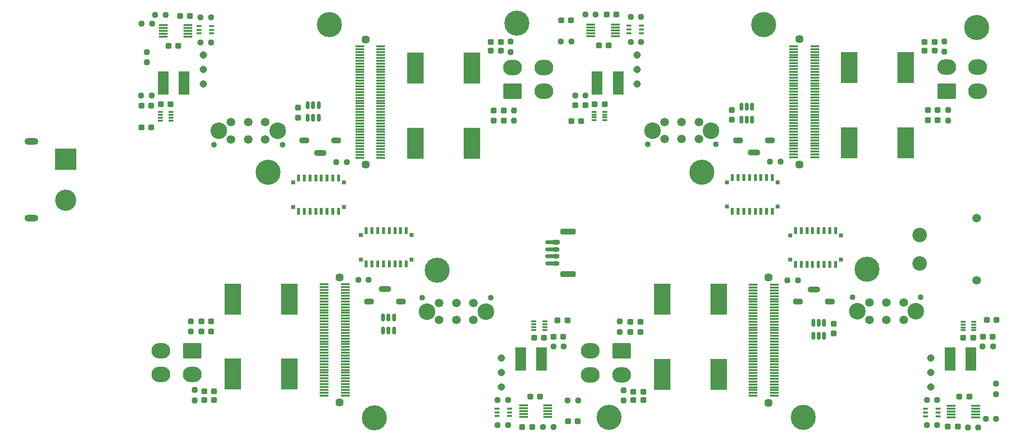
<source format=gbr>
G04 #@! TF.GenerationSoftware,KiCad,Pcbnew,(6.0.4)*
G04 #@! TF.CreationDate,2022-12-04T19:10:42+01:00*
G04 #@! TF.ProjectId,can_controller_board,63616e5f-636f-46e7-9472-6f6c6c65725f,1.0*
G04 #@! TF.SameCoordinates,Original*
G04 #@! TF.FileFunction,Soldermask,Bot*
G04 #@! TF.FilePolarity,Negative*
%FSLAX46Y46*%
G04 Gerber Fmt 4.6, Leading zero omitted, Abs format (unit mm)*
G04 Created by KiCad (PCBNEW (6.0.4)) date 2022-12-04 19:10:42*
%MOMM*%
%LPD*%
G01*
G04 APERTURE LIST*
G04 Aperture macros list*
%AMRoundRect*
0 Rectangle with rounded corners*
0 $1 Rounding radius*
0 $2 $3 $4 $5 $6 $7 $8 $9 X,Y pos of 4 corners*
0 Add a 4 corners polygon primitive as box body*
4,1,4,$2,$3,$4,$5,$6,$7,$8,$9,$2,$3,0*
0 Add four circle primitives for the rounded corners*
1,1,$1+$1,$2,$3*
1,1,$1+$1,$4,$5*
1,1,$1+$1,$6,$7*
1,1,$1+$1,$8,$9*
0 Add four rect primitives between the rounded corners*
20,1,$1+$1,$2,$3,$4,$5,0*
20,1,$1+$1,$4,$5,$6,$7,0*
20,1,$1+$1,$6,$7,$8,$9,0*
20,1,$1+$1,$8,$9,$2,$3,0*%
G04 Aperture macros list end*
%ADD10C,0.700000*%
%ADD11C,4.400000*%
%ADD12C,1.308000*%
%ADD13RoundRect,0.250001X1.399999X-1.099999X1.399999X1.099999X-1.399999X1.099999X-1.399999X-1.099999X0*%
%ADD14O,3.300000X2.700000*%
%ADD15RoundRect,0.250001X-1.399999X1.099999X-1.399999X-1.099999X1.399999X-1.099999X1.399999X1.099999X0*%
%ADD16O,1.800000X1.100000*%
%ADD17O,2.200000X1.100000*%
%ADD18R,3.716000X3.716000*%
%ADD19C,3.716000*%
%ADD20O,2.400000X1.200000*%
%ADD21C,1.020000*%
%ADD22C,1.520000*%
%ADD23C,2.910000*%
%ADD24RoundRect,0.237500X0.300000X0.237500X-0.300000X0.237500X-0.300000X-0.237500X0.300000X-0.237500X0*%
%ADD25RoundRect,0.237500X-0.300000X-0.237500X0.300000X-0.237500X0.300000X0.237500X-0.300000X0.237500X0*%
%ADD26RoundRect,0.011200X0.723800X0.128800X-0.723800X0.128800X-0.723800X-0.128800X0.723800X-0.128800X0*%
%ADD27RoundRect,0.237500X0.250000X0.237500X-0.250000X0.237500X-0.250000X-0.237500X0.250000X-0.237500X0*%
%ADD28R,2.900000X5.400000*%
%ADD29RoundRect,0.150000X0.150000X-0.512500X0.150000X0.512500X-0.150000X0.512500X-0.150000X-0.512500X0*%
%ADD30RoundRect,0.008100X0.396900X0.126900X-0.396900X0.126900X-0.396900X-0.126900X0.396900X-0.126900X0*%
%ADD31C,1.450000*%
%ADD32R,1.500000X0.300000*%
%ADD33RoundRect,0.237500X0.237500X-0.250000X0.237500X0.250000X-0.237500X0.250000X-0.237500X-0.250000X0*%
%ADD34RoundRect,0.237500X-0.250000X-0.237500X0.250000X-0.237500X0.250000X0.237500X-0.250000X0.237500X0*%
%ADD35RoundRect,0.237500X-0.237500X0.250000X-0.237500X-0.250000X0.237500X-0.250000X0.237500X0.250000X0*%
%ADD36RoundRect,0.237500X-0.237500X0.300000X-0.237500X-0.300000X0.237500X-0.300000X0.237500X0.300000X0*%
%ADD37RoundRect,0.008100X-0.396900X-0.126900X0.396900X-0.126900X0.396900X0.126900X-0.396900X0.126900X0*%
%ADD38RoundRect,0.150000X-0.150000X0.512500X-0.150000X-0.512500X0.150000X-0.512500X0.150000X0.512500X0*%
%ADD39R,0.500000X1.200000*%
%ADD40R,0.700000X0.700000*%
%ADD41R,1.850000X4.100000*%
%ADD42RoundRect,0.011200X-0.723800X-0.128800X0.723800X-0.128800X0.723800X0.128800X-0.723800X0.128800X0*%
%ADD43R,0.900000X0.400000*%
%ADD44RoundRect,0.150000X-0.700000X0.150000X-0.700000X-0.150000X0.700000X-0.150000X0.700000X0.150000X0*%
%ADD45RoundRect,0.200000X-0.450000X0.200000X-0.450000X-0.200000X0.450000X-0.200000X0.450000X0.200000X0*%
%ADD46O,1.300000X0.800000*%
%ADD47RoundRect,0.250000X-1.100000X0.250000X-1.100000X-0.250000X1.100000X-0.250000X1.100000X0.250000X0*%
%ADD48C,2.550000*%
%ADD49C,1.500000*%
%ADD50RoundRect,0.237500X0.237500X-0.300000X0.237500X0.300000X-0.237500X0.300000X-0.237500X-0.300000X0*%
G04 APERTURE END LIST*
D10*
G04 #@! TO.C,H5*
X168600000Y-139050000D03*
X169766726Y-136233274D03*
X166950000Y-137400000D03*
X168600000Y-135750000D03*
D11*
X168600000Y-137400000D03*
D10*
X167433274Y-138566726D03*
X170250000Y-137400000D03*
X167433274Y-136233274D03*
X169766726Y-138566726D03*
G04 #@! TD*
D12*
G04 #@! TO.C,SW7*
X149700000Y-129500000D03*
X149700000Y-126960000D03*
X149700000Y-132040000D03*
G04 #@! TD*
D13*
G04 #@! TO.C,J3*
X151653245Y-80171757D03*
D14*
X151653245Y-75971757D03*
X157153245Y-80171757D03*
X157153245Y-75971757D03*
G04 #@! TD*
D15*
G04 #@! TO.C,J33*
X95506176Y-125677317D03*
D14*
X95506176Y-129877317D03*
X90006176Y-125677317D03*
X90006176Y-129877317D03*
G04 #@! TD*
D16*
G04 #@! TO.C,J20*
X196768421Y-88780073D03*
X191168421Y-88780073D03*
D17*
X193968421Y-90930073D03*
G04 #@! TD*
D12*
G04 #@! TO.C,SW5*
X224926755Y-129548244D03*
X224926755Y-127008244D03*
X224926755Y-132088244D03*
G04 #@! TD*
D18*
G04 #@! TO.C,J2*
X73275000Y-92075000D03*
D19*
X73275000Y-99275000D03*
D20*
X67275000Y-88925000D03*
X67275000Y-102425000D03*
G04 #@! TD*
D11*
G04 #@! TO.C,H1*
X202600000Y-137400000D03*
D10*
X201433274Y-136233274D03*
X201433274Y-138566726D03*
X202600000Y-135750000D03*
X200950000Y-137400000D03*
X202600000Y-139050000D03*
X204250000Y-137400000D03*
X203766726Y-138566726D03*
X203766726Y-136233274D03*
G04 #@! TD*
G04 #@! TO.C,H7*
X151233274Y-67033274D03*
X152400000Y-69850000D03*
D11*
X152400000Y-68200000D03*
D10*
X151233274Y-69366726D03*
X153566726Y-67033274D03*
X153566726Y-69366726D03*
X150750000Y-68200000D03*
X154050000Y-68200000D03*
X152400000Y-66550000D03*
G04 #@! TD*
D15*
G04 #@! TO.C,J23*
X170732931Y-125725561D03*
D14*
X170732931Y-129925561D03*
X165232931Y-125725561D03*
X165232931Y-129925561D03*
G04 #@! TD*
D10*
G04 #@! TO.C,H3*
X195646176Y-70137317D03*
X195646176Y-66837317D03*
X194479450Y-69654043D03*
D11*
X195646176Y-68487317D03*
D10*
X196812902Y-67320591D03*
X197296176Y-68487317D03*
X194479450Y-67320591D03*
X196812902Y-69654043D03*
X193996176Y-68487317D03*
G04 #@! TD*
D12*
G04 #@! TO.C,SW1*
X97459421Y-76349074D03*
X97459421Y-78889074D03*
X97459421Y-73809074D03*
G04 #@! TD*
D16*
G04 #@! TO.C,J10*
X115115000Y-88825001D03*
X120715000Y-88825001D03*
D17*
X117915000Y-90975001D03*
G04 #@! TD*
D21*
G04 #@! TO.C,J24*
X223200000Y-116310000D03*
X211200000Y-116310000D03*
D22*
X220200000Y-120250000D03*
X217200000Y-120250000D03*
X214200000Y-120250000D03*
X220200000Y-117250000D03*
X217200000Y-117250000D03*
X214200000Y-117250000D03*
D23*
X222350000Y-118750000D03*
X212050000Y-118750000D03*
G04 #@! TD*
D21*
G04 #@! TO.C,J4*
X99307150Y-89525000D03*
X111307150Y-89525000D03*
D22*
X102307150Y-85585000D03*
X105307150Y-85585000D03*
X108307150Y-85585000D03*
X102307150Y-88585000D03*
X105307150Y-88585000D03*
X108307150Y-88585000D03*
D23*
X100157150Y-87085000D03*
X110457150Y-87085000D03*
G04 #@! TD*
D13*
G04 #@! TO.C,J13*
X227706666Y-80126829D03*
D14*
X227706666Y-75926829D03*
X233206666Y-80126829D03*
X233206666Y-75926829D03*
G04 #@! TD*
D10*
G04 #@! TO.C,H2*
X126229450Y-136320591D03*
D11*
X127396176Y-137487317D03*
D10*
X127396176Y-135837317D03*
X128562902Y-138654043D03*
X127396176Y-139137317D03*
X126229450Y-138654043D03*
X125746176Y-137487317D03*
X129046176Y-137487317D03*
X128562902Y-136320591D03*
G04 #@! TD*
D12*
G04 #@! TO.C,SW3*
X173512842Y-76304146D03*
X173512842Y-78844146D03*
X173512842Y-73764146D03*
G04 #@! TD*
D16*
G04 #@! TO.C,J30*
X207271176Y-117072317D03*
X201671176Y-117072317D03*
D17*
X204471176Y-114922317D03*
G04 #@! TD*
D10*
G04 #@! TO.C,H4*
X118379450Y-67320591D03*
X121196176Y-68487317D03*
X119546176Y-66837317D03*
X120712902Y-67320591D03*
X117896176Y-68487317D03*
X120712902Y-69654043D03*
D11*
X119546176Y-68487317D03*
D10*
X118379450Y-69654043D03*
X119546176Y-70137317D03*
G04 #@! TD*
D16*
G04 #@! TO.C,J40*
X126444421Y-117024073D03*
X132044421Y-117024073D03*
D17*
X129244421Y-114874073D03*
G04 #@! TD*
D21*
G04 #@! TO.C,J14*
X187300000Y-89490000D03*
X175300000Y-89490000D03*
D22*
X178300000Y-85550000D03*
X181300000Y-85550000D03*
X184300000Y-85550000D03*
X178300000Y-88550000D03*
X181300000Y-88550000D03*
X184300000Y-88550000D03*
D23*
X176150000Y-87050000D03*
X186450000Y-87050000D03*
G04 #@! TD*
D10*
G04 #@! TO.C,H8*
X234166726Y-70166726D03*
X234166726Y-67833274D03*
X231833274Y-67833274D03*
X231350000Y-69000000D03*
X231833274Y-70166726D03*
X233000000Y-70650000D03*
X233000000Y-67350000D03*
D11*
X233000000Y-69000000D03*
D10*
X234650000Y-69000000D03*
G04 #@! TD*
D21*
G04 #@! TO.C,J34*
X147800000Y-116360000D03*
X135800000Y-116360000D03*
D22*
X144800000Y-120300000D03*
X141800000Y-120300000D03*
X138800000Y-120300000D03*
X144800000Y-117300000D03*
X141800000Y-117300000D03*
X138800000Y-117300000D03*
D23*
X146950000Y-118800000D03*
X136650000Y-118800000D03*
G04 #@! TD*
D24*
G04 #@! TO.C,C13*
X164375342Y-82604146D03*
X162650342Y-82604146D03*
G04 #@! TD*
D25*
G04 #@! TO.C,Cs3*
X148353921Y-83512501D03*
X150078921Y-83512501D03*
G04 #@! TD*
D24*
G04 #@! TO.C,Cf9*
X174032255Y-120584817D03*
X172307255Y-120584817D03*
G04 #@! TD*
D26*
G04 #@! TO.C,U10*
X157850000Y-135300000D03*
X157850000Y-135800000D03*
X157850000Y-136300000D03*
X157850000Y-136800000D03*
X157850000Y-137300000D03*
X153550000Y-137300000D03*
X153550000Y-136800000D03*
X153550000Y-136300000D03*
X153550000Y-135800000D03*
X153550000Y-135300000D03*
G04 #@! TD*
D27*
G04 #@! TO.C,R18*
X198625921Y-92525073D03*
X196800921Y-92525073D03*
G04 #@! TD*
D25*
G04 #@! TO.C,C21*
X234064255Y-123248244D03*
X235789255Y-123248244D03*
G04 #@! TD*
D24*
G04 #@! TO.C,Cs7*
X174545431Y-132855561D03*
X172820431Y-132855561D03*
G04 #@! TD*
D27*
G04 #@! TO.C,R23*
X233262500Y-139125000D03*
X231437500Y-139125000D03*
G04 #@! TD*
G04 #@! TO.C,R17*
X164425342Y-80904146D03*
X162600342Y-80904146D03*
G04 #@! TD*
D28*
G04 #@! TO.C,L13*
X112550000Y-129800000D03*
X102650000Y-129800000D03*
G04 #@! TD*
D25*
G04 #@! TO.C,C17*
X229964255Y-133748244D03*
X231689255Y-133748244D03*
G04 #@! TD*
D28*
G04 #@! TO.C,L11*
X187776755Y-116648244D03*
X177876755Y-116648244D03*
G04 #@! TD*
G04 #@! TO.C,L3*
X134609421Y-89249074D03*
X144509421Y-89249074D03*
G04 #@! TD*
D10*
G04 #@! TO.C,H6*
X107113245Y-94333274D03*
X107596519Y-95500000D03*
X109929971Y-95500000D03*
X109929971Y-93166548D03*
X110413245Y-94333274D03*
D11*
X108763245Y-94333274D03*
D10*
X107596519Y-93166548D03*
X108763245Y-92683274D03*
X108763245Y-95983274D03*
G04 #@! TD*
D29*
G04 #@! TO.C,U6*
X193650000Y-85137500D03*
X192700000Y-85137500D03*
X191750000Y-85137500D03*
X191750000Y-82862500D03*
X192700000Y-82862500D03*
X193650000Y-82862500D03*
G04 #@! TD*
D25*
G04 #@! TO.C,C12*
X161950342Y-85404146D03*
X163675342Y-85404146D03*
G04 #@! TD*
D24*
G04 #@! TO.C,C10*
X169875342Y-66704146D03*
X168150342Y-66704146D03*
G04 #@! TD*
D30*
G04 #@! TO.C,U8*
X232506755Y-120598244D03*
X232506755Y-121098244D03*
X232506755Y-121598244D03*
X232506755Y-122098244D03*
X230616755Y-122098244D03*
X230616755Y-121598244D03*
X230616755Y-121098244D03*
X230616755Y-120598244D03*
G04 #@! TD*
D24*
G04 #@! TO.C,Cs10*
X99318676Y-132807317D03*
X97593676Y-132807317D03*
G04 #@! TD*
D31*
G04 #@! TO.C,J31*
X121305500Y-112799073D03*
X121305500Y-134799073D03*
D32*
X122305500Y-133549073D03*
X118605500Y-133549073D03*
X122305500Y-133049073D03*
X118605500Y-133049073D03*
X122305500Y-132549073D03*
X118605500Y-132549073D03*
X122305500Y-132049073D03*
X118605500Y-132049073D03*
X122305500Y-131549073D03*
X118605500Y-131549073D03*
X122305500Y-131049073D03*
X118605500Y-131049073D03*
X122305500Y-130549073D03*
X118605500Y-130549073D03*
X122305500Y-130049073D03*
X118605500Y-130049073D03*
X122305500Y-129549073D03*
X118605500Y-129549073D03*
X122305500Y-129049073D03*
X118605500Y-129049073D03*
X122305500Y-128549073D03*
X118605500Y-128549073D03*
X122305500Y-128049073D03*
X118605500Y-128049073D03*
X122305500Y-127549073D03*
X118605500Y-127549073D03*
X122305500Y-127049073D03*
X118605500Y-127049073D03*
X122305500Y-126549073D03*
X118605500Y-126549073D03*
X122305500Y-126049073D03*
X118605500Y-126049073D03*
X122305500Y-125549073D03*
X118605500Y-125549073D03*
X122305500Y-125049073D03*
X118605500Y-125049073D03*
X122305500Y-124549073D03*
X118605500Y-124549073D03*
X122305500Y-124049073D03*
X118605500Y-124049073D03*
X122305500Y-123549073D03*
X118605500Y-123549073D03*
X122305500Y-123049073D03*
X118605500Y-123049073D03*
X122305500Y-122549073D03*
X118605500Y-122549073D03*
X122305500Y-122049073D03*
X118605500Y-122049073D03*
X122305500Y-121549073D03*
X118605500Y-121549073D03*
X122305500Y-121049073D03*
X118605500Y-121049073D03*
X122305500Y-120549073D03*
X118605500Y-120549073D03*
X122305500Y-120049073D03*
X118605500Y-120049073D03*
X122305500Y-119549073D03*
X118605500Y-119549073D03*
X122305500Y-119049073D03*
X118605500Y-119049073D03*
X122305500Y-118549073D03*
X118605500Y-118549073D03*
X122305500Y-118049073D03*
X118605500Y-118049073D03*
X122305500Y-117549073D03*
X118605500Y-117549073D03*
X122305500Y-117049073D03*
X118605500Y-117049073D03*
X122305500Y-116549073D03*
X118605500Y-116549073D03*
X122305500Y-116049073D03*
X118605500Y-116049073D03*
X122305500Y-115549073D03*
X118605500Y-115549073D03*
X122305500Y-115049073D03*
X118605500Y-115049073D03*
X122305500Y-114549073D03*
X118605500Y-114549073D03*
X122305500Y-114049073D03*
X118605500Y-114049073D03*
G04 #@! TD*
D33*
G04 #@! TO.C,R24*
X236400000Y-133312500D03*
X236400000Y-131487500D03*
G04 #@! TD*
D34*
G04 #@! TO.C,R27*
X199813676Y-113327317D03*
X201638676Y-113327317D03*
G04 #@! TD*
D33*
G04 #@! TO.C,Rs1*
X151253245Y-73284257D03*
X151253245Y-71459257D03*
G04 #@! TD*
D34*
G04 #@! TO.C,R22*
X234587500Y-137600000D03*
X236412500Y-137600000D03*
G04 #@! TD*
D35*
G04 #@! TO.C,R6*
X87548079Y-73248426D03*
X87548079Y-75073426D03*
G04 #@! TD*
D24*
G04 #@! TO.C,C28*
X161262500Y-120400000D03*
X159537500Y-120400000D03*
G04 #@! TD*
D25*
G04 #@! TO.C,C27*
X161337500Y-138100000D03*
X163062500Y-138100000D03*
G04 #@! TD*
D36*
G04 #@! TO.C,C16*
X190100000Y-83437500D03*
X190100000Y-85162500D03*
G04 #@! TD*
D34*
G04 #@! TO.C,R20*
X224244255Y-138748244D03*
X226069255Y-138748244D03*
G04 #@! TD*
D24*
G04 #@! TO.C,Cf12*
X98805500Y-120536573D03*
X97080500Y-120536573D03*
G04 #@! TD*
G04 #@! TO.C,C2*
X95096755Y-66908244D03*
X93371755Y-66908244D03*
G04 #@! TD*
D37*
G04 #@! TO.C,U5*
X165932842Y-85254146D03*
X165932842Y-84754146D03*
X165932842Y-84254146D03*
X165932842Y-83754146D03*
X167822842Y-83754146D03*
X167822842Y-84254146D03*
X167822842Y-84754146D03*
X167822842Y-85254146D03*
G04 #@! TD*
D28*
G04 #@! TO.C,L5*
X210662842Y-76004146D03*
X220562842Y-76004146D03*
G04 #@! TD*
D30*
G04 #@! TO.C,U11*
X157280000Y-120550000D03*
X157280000Y-121050000D03*
X157280000Y-121550000D03*
X157280000Y-122050000D03*
X155390000Y-122050000D03*
X155390000Y-121550000D03*
X155390000Y-121050000D03*
X155390000Y-120550000D03*
G04 #@! TD*
D25*
G04 #@! TO.C,Cf6*
X224407342Y-85267573D03*
X226132342Y-85267573D03*
G04 #@! TD*
D33*
G04 #@! TO.C,Rs9*
X170469755Y-122397317D03*
X170469755Y-120572317D03*
G04 #@! TD*
D24*
G04 #@! TO.C,C23*
X232389255Y-123448244D03*
X230664255Y-123448244D03*
G04 #@! TD*
D38*
G04 #@! TO.C,U9*
X204350000Y-120762500D03*
X205300000Y-120762500D03*
X206250000Y-120762500D03*
X206250000Y-123037500D03*
X205300000Y-123037500D03*
X204350000Y-123037500D03*
G04 #@! TD*
D24*
G04 #@! TO.C,Cf10*
X99318676Y-134327317D03*
X97593676Y-134327317D03*
G04 #@! TD*
D39*
G04 #@! TO.C,SW2*
X114140000Y-95360001D03*
X115140000Y-95360001D03*
X116140000Y-95360001D03*
X117140000Y-95360001D03*
X118140000Y-95360001D03*
X119140000Y-95360001D03*
X120140000Y-95360001D03*
X121140000Y-95360001D03*
X121140000Y-101260001D03*
X120140000Y-101260001D03*
X119140000Y-101260001D03*
X118140000Y-101260001D03*
X117140000Y-101260001D03*
X116140000Y-101260001D03*
X115140000Y-101260001D03*
X114140000Y-101260001D03*
D40*
X113190000Y-96160001D03*
X122090000Y-96160001D03*
X113190000Y-100460001D03*
X122090000Y-100460001D03*
G04 #@! TD*
D10*
G04 #@! TO.C,H24*
X139566726Y-112766726D03*
D11*
X138400000Y-111600000D03*
D10*
X139566726Y-110433274D03*
X138400000Y-113250000D03*
X138400000Y-109950000D03*
X137233274Y-112766726D03*
X137233274Y-110433274D03*
X140050000Y-111600000D03*
X136750000Y-111600000D03*
G04 #@! TD*
D28*
G04 #@! TO.C,L9*
X187776755Y-129848244D03*
X177876755Y-129848244D03*
G04 #@! TD*
D35*
G04 #@! TO.C,Rs10*
X95906176Y-132564817D03*
X95906176Y-134389817D03*
G04 #@! TD*
D10*
G04 #@! TO.C,H18*
X212633274Y-112566726D03*
X214966726Y-110233274D03*
D11*
X213800000Y-111400000D03*
D10*
X214966726Y-112566726D03*
X212633274Y-110233274D03*
X215450000Y-111400000D03*
X212150000Y-111400000D03*
X213800000Y-113050000D03*
X213800000Y-109750000D03*
G04 #@! TD*
D25*
G04 #@! TO.C,Cf3*
X148353921Y-85312501D03*
X150078921Y-85312501D03*
G04 #@! TD*
D31*
G04 #@! TO.C,J11*
X201907342Y-93005073D03*
X201907342Y-71005073D03*
D32*
X200907342Y-72255073D03*
X204607342Y-72255073D03*
X200907342Y-72755073D03*
X204607342Y-72755073D03*
X200907342Y-73255073D03*
X204607342Y-73255073D03*
X200907342Y-73755073D03*
X204607342Y-73755073D03*
X200907342Y-74255073D03*
X204607342Y-74255073D03*
X200907342Y-74755073D03*
X204607342Y-74755073D03*
X200907342Y-75255073D03*
X204607342Y-75255073D03*
X200907342Y-75755073D03*
X204607342Y-75755073D03*
X200907342Y-76255073D03*
X204607342Y-76255073D03*
X200907342Y-76755073D03*
X204607342Y-76755073D03*
X200907342Y-77255073D03*
X204607342Y-77255073D03*
X200907342Y-77755073D03*
X204607342Y-77755073D03*
X200907342Y-78255073D03*
X204607342Y-78255073D03*
X200907342Y-78755073D03*
X204607342Y-78755073D03*
X200907342Y-79255073D03*
X204607342Y-79255073D03*
X200907342Y-79755073D03*
X204607342Y-79755073D03*
X200907342Y-80255073D03*
X204607342Y-80255073D03*
X200907342Y-80755073D03*
X204607342Y-80755073D03*
X200907342Y-81255073D03*
X204607342Y-81255073D03*
X200907342Y-81755073D03*
X204607342Y-81755073D03*
X200907342Y-82255073D03*
X204607342Y-82255073D03*
X200907342Y-82755073D03*
X204607342Y-82755073D03*
X200907342Y-83255073D03*
X204607342Y-83255073D03*
X200907342Y-83755073D03*
X204607342Y-83755073D03*
X200907342Y-84255073D03*
X204607342Y-84255073D03*
X200907342Y-84755073D03*
X204607342Y-84755073D03*
X200907342Y-85255073D03*
X204607342Y-85255073D03*
X200907342Y-85755073D03*
X204607342Y-85755073D03*
X200907342Y-86255073D03*
X204607342Y-86255073D03*
X200907342Y-86755073D03*
X204607342Y-86755073D03*
X200907342Y-87255073D03*
X204607342Y-87255073D03*
X200907342Y-87755073D03*
X204607342Y-87755073D03*
X200907342Y-88255073D03*
X204607342Y-88255073D03*
X200907342Y-88755073D03*
X204607342Y-88755073D03*
X200907342Y-89255073D03*
X204607342Y-89255073D03*
X200907342Y-89755073D03*
X204607342Y-89755073D03*
X200907342Y-90255073D03*
X204607342Y-90255073D03*
X200907342Y-90755073D03*
X204607342Y-90755073D03*
X200907342Y-91255073D03*
X204607342Y-91255073D03*
X200907342Y-91755073D03*
X204607342Y-91755073D03*
G04 #@! TD*
D24*
G04 #@! TO.C,C11*
X161875342Y-67704146D03*
X160150342Y-67704146D03*
G04 #@! TD*
D35*
G04 #@! TO.C,Rs6*
X227969842Y-83455073D03*
X227969842Y-85280073D03*
G04 #@! TD*
D34*
G04 #@! TO.C,R14*
X164400342Y-66704146D03*
X166225342Y-66704146D03*
G04 #@! TD*
D24*
G04 #@! TO.C,C5*
X88321921Y-82649074D03*
X86596921Y-82649074D03*
G04 #@! TD*
D25*
G04 #@! TO.C,C7*
X89996921Y-82449074D03*
X91721921Y-82449074D03*
G04 #@! TD*
D39*
G04 #@! TO.C,SW8*
X133019421Y-110489073D03*
X132019421Y-110489073D03*
X131019421Y-110489073D03*
X130019421Y-110489073D03*
X129019421Y-110489073D03*
X128019421Y-110489073D03*
X127019421Y-110489073D03*
X126019421Y-110489073D03*
X126019421Y-104589073D03*
X127019421Y-104589073D03*
X128019421Y-104589073D03*
X129019421Y-104589073D03*
X130019421Y-104589073D03*
X131019421Y-104589073D03*
X132019421Y-104589073D03*
X133019421Y-104589073D03*
D40*
X133969421Y-109689073D03*
X125069421Y-109689073D03*
X133969421Y-105389073D03*
X125069421Y-105389073D03*
G04 #@! TD*
D34*
G04 #@! TO.C,R5*
X88995000Y-66760000D03*
X90820000Y-66760000D03*
G04 #@! TD*
D33*
G04 #@! TO.C,Rs4*
X227306666Y-73239329D03*
X227306666Y-71414329D03*
G04 #@! TD*
D31*
G04 #@! TO.C,J1*
X125853921Y-93050001D03*
X125853921Y-71050001D03*
D32*
X124853921Y-72300001D03*
X128553921Y-72300001D03*
X124853921Y-72800001D03*
X128553921Y-72800001D03*
X124853921Y-73300001D03*
X128553921Y-73300001D03*
X124853921Y-73800001D03*
X128553921Y-73800001D03*
X124853921Y-74300001D03*
X128553921Y-74300001D03*
X124853921Y-74800001D03*
X128553921Y-74800001D03*
X124853921Y-75300001D03*
X128553921Y-75300001D03*
X124853921Y-75800001D03*
X128553921Y-75800001D03*
X124853921Y-76300001D03*
X128553921Y-76300001D03*
X124853921Y-76800001D03*
X128553921Y-76800001D03*
X124853921Y-77300001D03*
X128553921Y-77300001D03*
X124853921Y-77800001D03*
X128553921Y-77800001D03*
X124853921Y-78300001D03*
X128553921Y-78300001D03*
X124853921Y-78800001D03*
X128553921Y-78800001D03*
X124853921Y-79300001D03*
X128553921Y-79300001D03*
X124853921Y-79800001D03*
X128553921Y-79800001D03*
X124853921Y-80300001D03*
X128553921Y-80300001D03*
X124853921Y-80800001D03*
X128553921Y-80800001D03*
X124853921Y-81300001D03*
X128553921Y-81300001D03*
X124853921Y-81800001D03*
X128553921Y-81800001D03*
X124853921Y-82300001D03*
X128553921Y-82300001D03*
X124853921Y-82800001D03*
X128553921Y-82800001D03*
X124853921Y-83300001D03*
X128553921Y-83300001D03*
X124853921Y-83800001D03*
X128553921Y-83800001D03*
X124853921Y-84300001D03*
X128553921Y-84300001D03*
X124853921Y-84800001D03*
X128553921Y-84800001D03*
X124853921Y-85300001D03*
X128553921Y-85300001D03*
X124853921Y-85800001D03*
X128553921Y-85800001D03*
X124853921Y-86300001D03*
X128553921Y-86300001D03*
X124853921Y-86800001D03*
X128553921Y-86800001D03*
X124853921Y-87300001D03*
X128553921Y-87300001D03*
X124853921Y-87800001D03*
X128553921Y-87800001D03*
X124853921Y-88300001D03*
X128553921Y-88300001D03*
X124853921Y-88800001D03*
X128553921Y-88800001D03*
X124853921Y-89300001D03*
X128553921Y-89300001D03*
X124853921Y-89800001D03*
X128553921Y-89800001D03*
X124853921Y-90300001D03*
X128553921Y-90300001D03*
X124853921Y-90800001D03*
X128553921Y-90800001D03*
X124853921Y-91300001D03*
X128553921Y-91300001D03*
X124853921Y-91800001D03*
X128553921Y-91800001D03*
G04 #@! TD*
D35*
G04 #@! TO.C,Rs3*
X151916421Y-83500001D03*
X151916421Y-85325001D03*
G04 #@! TD*
D34*
G04 #@! TO.C,R19*
X224244255Y-134348244D03*
X226069255Y-134348244D03*
G04 #@! TD*
D39*
G04 #@! TO.C,SW4*
X190193421Y-95315073D03*
X191193421Y-95315073D03*
X192193421Y-95315073D03*
X193193421Y-95315073D03*
X194193421Y-95315073D03*
X195193421Y-95315073D03*
X196193421Y-95315073D03*
X197193421Y-95315073D03*
X197193421Y-101215073D03*
X196193421Y-101215073D03*
X195193421Y-101215073D03*
X194193421Y-101215073D03*
X193193421Y-101215073D03*
X192193421Y-101215073D03*
X191193421Y-101215073D03*
X190193421Y-101215073D03*
D40*
X189243421Y-96115073D03*
X198143421Y-96115073D03*
X189243421Y-100415073D03*
X198143421Y-100415073D03*
G04 #@! TD*
D41*
G04 #@! TO.C,L8*
X170137842Y-78704146D03*
X166487842Y-78704146D03*
G04 #@! TD*
D38*
G04 #@! TO.C,U12*
X128950000Y-119862500D03*
X129900000Y-119862500D03*
X130850000Y-119862500D03*
X130850000Y-122137500D03*
X129900000Y-122137500D03*
X128950000Y-122137500D03*
G04 #@! TD*
D42*
G04 #@! TO.C,U4*
X165362842Y-70504146D03*
X165362842Y-70004146D03*
X165362842Y-69504146D03*
X165362842Y-69004146D03*
X165362842Y-68504146D03*
X169662842Y-68504146D03*
X169662842Y-69004146D03*
X169662842Y-69504146D03*
X169662842Y-70004146D03*
X169662842Y-70504146D03*
G04 #@! TD*
D10*
G04 #@! TO.C,H12*
X184800000Y-92750000D03*
X185966726Y-93233274D03*
D11*
X184800000Y-94400000D03*
D10*
X186450000Y-94400000D03*
X183633274Y-95566726D03*
X185966726Y-95566726D03*
X184800000Y-96050000D03*
X183150000Y-94400000D03*
X183633274Y-93233274D03*
G04 #@! TD*
D43*
G04 #@! TO.C,D7*
X226227500Y-135898244D03*
X226227500Y-136548244D03*
X226227500Y-137198244D03*
X224027500Y-137198244D03*
X224027500Y-136548244D03*
X224027500Y-135898244D03*
G04 #@! TD*
D27*
G04 #@! TO.C,R4*
X88446755Y-68308244D03*
X86621755Y-68308244D03*
G04 #@! TD*
D34*
G04 #@! TO.C,R29*
X149017500Y-138700000D03*
X150842500Y-138700000D03*
G04 #@! TD*
D25*
G04 #@! TO.C,Cs1*
X147840745Y-73041757D03*
X149565745Y-73041757D03*
G04 #@! TD*
D43*
G04 #@! TO.C,D4*
X172055342Y-69954146D03*
X172055342Y-69304146D03*
X172055342Y-68654146D03*
X174255342Y-68654146D03*
X174255342Y-69304146D03*
X174255342Y-69954146D03*
G04 #@! TD*
D27*
G04 #@! TO.C,R8*
X88371921Y-80949074D03*
X86546921Y-80949074D03*
G04 #@! TD*
G04 #@! TO.C,R10*
X174195342Y-71504146D03*
X172370342Y-71504146D03*
G04 #@! TD*
D28*
G04 #@! TO.C,L15*
X112550000Y-116600000D03*
X102650000Y-116600000D03*
G04 #@! TD*
D25*
G04 #@! TO.C,C29*
X158837500Y-123200000D03*
X160562500Y-123200000D03*
G04 #@! TD*
D41*
G04 #@! TO.C,L12*
X228301755Y-127148244D03*
X231951755Y-127148244D03*
G04 #@! TD*
D27*
G04 #@! TO.C,R9*
X122572500Y-92570001D03*
X120747500Y-92570001D03*
G04 #@! TD*
G04 #@! TO.C,R1*
X98790000Y-71560000D03*
X96965000Y-71560000D03*
G04 #@! TD*
D44*
G04 #@! TO.C,J7*
X158202500Y-106635000D03*
D45*
X159277500Y-106635000D03*
D44*
X158202500Y-107885000D03*
D46*
X159277500Y-107885000D03*
X159277500Y-109135000D03*
D44*
X158202500Y-109135000D03*
X158202500Y-110385000D03*
D46*
X159277500Y-110385000D03*
D47*
X161402500Y-112235000D03*
X161402500Y-104785000D03*
G04 #@! TD*
D43*
G04 #@! TO.C,D1*
X96650000Y-70010000D03*
X96650000Y-69360000D03*
X96650000Y-68710000D03*
X98850000Y-68710000D03*
X98850000Y-69360000D03*
X98850000Y-70010000D03*
G04 #@! TD*
D24*
G04 #@! TO.C,Cs12*
X98805500Y-122336573D03*
X97080500Y-122336573D03*
G04 #@! TD*
D27*
G04 #@! TO.C,R2*
X98790000Y-67160000D03*
X96965000Y-67160000D03*
G04 #@! TD*
D25*
G04 #@! TO.C,Cs4*
X223894166Y-72996829D03*
X225619166Y-72996829D03*
G04 #@! TD*
D28*
G04 #@! TO.C,L1*
X134609421Y-76049074D03*
X144509421Y-76049074D03*
G04 #@! TD*
D48*
G04 #@! TO.C,J8*
X222974176Y-110375000D03*
X222974176Y-105375000D03*
D49*
X232974176Y-102375000D03*
X232974176Y-113375000D03*
G04 #@! TD*
D42*
G04 #@! TO.C,U1*
X90448079Y-70560926D03*
X90448079Y-70060926D03*
X90448079Y-69560926D03*
X90448079Y-69060926D03*
X90448079Y-68560926D03*
X94748079Y-68560926D03*
X94748079Y-69060926D03*
X94748079Y-69560926D03*
X94748079Y-70060926D03*
X94748079Y-70560926D03*
G04 #@! TD*
D24*
G04 #@! TO.C,C20*
X236462500Y-120300000D03*
X234737500Y-120300000D03*
G04 #@! TD*
D25*
G04 #@! TO.C,C18*
X227937500Y-139000000D03*
X229662500Y-139000000D03*
G04 #@! TD*
D29*
G04 #@! TO.C,U3*
X117650000Y-84837500D03*
X116700000Y-84837500D03*
X115750000Y-84837500D03*
X115750000Y-82562500D03*
X116700000Y-82562500D03*
X117650000Y-82562500D03*
G04 #@! TD*
D24*
G04 #@! TO.C,C9*
X168475342Y-72104146D03*
X166750342Y-72104146D03*
G04 #@! TD*
D37*
G04 #@! TO.C,U2*
X89879421Y-85299074D03*
X89879421Y-84799074D03*
X89879421Y-84299074D03*
X89879421Y-83799074D03*
X91769421Y-83799074D03*
X91769421Y-84299074D03*
X91769421Y-84799074D03*
X91769421Y-85299074D03*
G04 #@! TD*
D31*
G04 #@! TO.C,J21*
X196532255Y-112847317D03*
X196532255Y-134847317D03*
D32*
X197532255Y-133597317D03*
X193832255Y-133597317D03*
X197532255Y-133097317D03*
X193832255Y-133097317D03*
X197532255Y-132597317D03*
X193832255Y-132597317D03*
X197532255Y-132097317D03*
X193832255Y-132097317D03*
X197532255Y-131597317D03*
X193832255Y-131597317D03*
X197532255Y-131097317D03*
X193832255Y-131097317D03*
X197532255Y-130597317D03*
X193832255Y-130597317D03*
X197532255Y-130097317D03*
X193832255Y-130097317D03*
X197532255Y-129597317D03*
X193832255Y-129597317D03*
X197532255Y-129097317D03*
X193832255Y-129097317D03*
X197532255Y-128597317D03*
X193832255Y-128597317D03*
X197532255Y-128097317D03*
X193832255Y-128097317D03*
X197532255Y-127597317D03*
X193832255Y-127597317D03*
X197532255Y-127097317D03*
X193832255Y-127097317D03*
X197532255Y-126597317D03*
X193832255Y-126597317D03*
X197532255Y-126097317D03*
X193832255Y-126097317D03*
X197532255Y-125597317D03*
X193832255Y-125597317D03*
X197532255Y-125097317D03*
X193832255Y-125097317D03*
X197532255Y-124597317D03*
X193832255Y-124597317D03*
X197532255Y-124097317D03*
X193832255Y-124097317D03*
X197532255Y-123597317D03*
X193832255Y-123597317D03*
X197532255Y-123097317D03*
X193832255Y-123097317D03*
X197532255Y-122597317D03*
X193832255Y-122597317D03*
X197532255Y-122097317D03*
X193832255Y-122097317D03*
X197532255Y-121597317D03*
X193832255Y-121597317D03*
X197532255Y-121097317D03*
X193832255Y-121097317D03*
X197532255Y-120597317D03*
X193832255Y-120597317D03*
X197532255Y-120097317D03*
X193832255Y-120097317D03*
X197532255Y-119597317D03*
X193832255Y-119597317D03*
X197532255Y-119097317D03*
X193832255Y-119097317D03*
X197532255Y-118597317D03*
X193832255Y-118597317D03*
X197532255Y-118097317D03*
X193832255Y-118097317D03*
X197532255Y-117597317D03*
X193832255Y-117597317D03*
X197532255Y-117097317D03*
X193832255Y-117097317D03*
X197532255Y-116597317D03*
X193832255Y-116597317D03*
X197532255Y-116097317D03*
X193832255Y-116097317D03*
X197532255Y-115597317D03*
X193832255Y-115597317D03*
X197532255Y-115097317D03*
X193832255Y-115097317D03*
X197532255Y-114597317D03*
X193832255Y-114597317D03*
X197532255Y-114097317D03*
X193832255Y-114097317D03*
G04 #@! TD*
D25*
G04 #@! TO.C,Cf1*
X147840745Y-71521757D03*
X149565745Y-71521757D03*
G04 #@! TD*
D34*
G04 #@! TO.C,R33*
X161287500Y-134400000D03*
X163112500Y-134400000D03*
G04 #@! TD*
D50*
G04 #@! TO.C,C24*
X207900000Y-122662500D03*
X207900000Y-120937500D03*
G04 #@! TD*
D34*
G04 #@! TO.C,R35*
X158787500Y-124900000D03*
X160612500Y-124900000D03*
G04 #@! TD*
D25*
G04 #@! TO.C,C25*
X154737500Y-133700000D03*
X156462500Y-133700000D03*
G04 #@! TD*
G04 #@! TO.C,C15*
X166050342Y-82404146D03*
X167775342Y-82404146D03*
G04 #@! TD*
G04 #@! TO.C,Cs6*
X224407342Y-83467573D03*
X226132342Y-83467573D03*
G04 #@! TD*
D27*
G04 #@! TO.C,R32*
X158812500Y-139100000D03*
X156987500Y-139100000D03*
G04 #@! TD*
D34*
G04 #@! TO.C,R26*
X234014255Y-124948244D03*
X235839255Y-124948244D03*
G04 #@! TD*
D28*
G04 #@! TO.C,L7*
X210662842Y-89204146D03*
X220562842Y-89204146D03*
G04 #@! TD*
D27*
G04 #@! TO.C,R11*
X174195342Y-67104146D03*
X172370342Y-67104146D03*
G04 #@! TD*
D36*
G04 #@! TO.C,C8*
X114000000Y-83037500D03*
X114000000Y-84762500D03*
G04 #@! TD*
D24*
G04 #@! TO.C,C1*
X93070000Y-72160000D03*
X91345000Y-72160000D03*
G04 #@! TD*
D25*
G04 #@! TO.C,Cf4*
X223894166Y-71476829D03*
X225619166Y-71476829D03*
G04 #@! TD*
D26*
G04 #@! TO.C,U7*
X232820000Y-135348244D03*
X232820000Y-135848244D03*
X232820000Y-136348244D03*
X232820000Y-136848244D03*
X232820000Y-137348244D03*
X228520000Y-137348244D03*
X228520000Y-136848244D03*
X228520000Y-136348244D03*
X228520000Y-135848244D03*
X228520000Y-135348244D03*
G04 #@! TD*
D24*
G04 #@! TO.C,Cf7*
X174545431Y-134375561D03*
X172820431Y-134375561D03*
G04 #@! TD*
D41*
G04 #@! TO.C,L4*
X94084421Y-78749074D03*
X90434421Y-78749074D03*
G04 #@! TD*
D25*
G04 #@! TO.C,C4*
X86587500Y-86500000D03*
X88312500Y-86500000D03*
G04 #@! TD*
D33*
G04 #@! TO.C,Rs12*
X95243000Y-122349073D03*
X95243000Y-120524073D03*
G04 #@! TD*
D34*
G04 #@! TO.C,R28*
X149017500Y-134300000D03*
X150842500Y-134300000D03*
G04 #@! TD*
D41*
G04 #@! TO.C,L16*
X153075000Y-127100000D03*
X156725000Y-127100000D03*
G04 #@! TD*
D35*
G04 #@! TO.C,Rs7*
X171132931Y-132613061D03*
X171132931Y-134438061D03*
G04 #@! TD*
D24*
G04 #@! TO.C,C31*
X157162500Y-123400000D03*
X155437500Y-123400000D03*
G04 #@! TD*
D27*
G04 #@! TO.C,R15*
X161925342Y-71404146D03*
X160100342Y-71404146D03*
G04 #@! TD*
D43*
G04 #@! TO.C,D10*
X151157500Y-135850000D03*
X151157500Y-136500000D03*
X151157500Y-137150000D03*
X148957500Y-137150000D03*
X148957500Y-136500000D03*
X148957500Y-135850000D03*
G04 #@! TD*
D34*
G04 #@! TO.C,R36*
X124586921Y-113279073D03*
X126411921Y-113279073D03*
G04 #@! TD*
D25*
G04 #@! TO.C,C26*
X153337500Y-139100000D03*
X155062500Y-139100000D03*
G04 #@! TD*
D39*
G04 #@! TO.C,SW6*
X208246176Y-110537317D03*
X207246176Y-110537317D03*
X206246176Y-110537317D03*
X205246176Y-110537317D03*
X204246176Y-110537317D03*
X203246176Y-110537317D03*
X202246176Y-110537317D03*
X201246176Y-110537317D03*
X201246176Y-104637317D03*
X202246176Y-104637317D03*
X203246176Y-104637317D03*
X204246176Y-104637317D03*
X205246176Y-104637317D03*
X206246176Y-104637317D03*
X207246176Y-104637317D03*
X208246176Y-104637317D03*
D40*
X209196176Y-109737317D03*
X200296176Y-109737317D03*
X209196176Y-105437317D03*
X200296176Y-105437317D03*
G04 #@! TD*
D24*
G04 #@! TO.C,Cs9*
X174032255Y-122384817D03*
X172307255Y-122384817D03*
G04 #@! TD*
M02*

</source>
